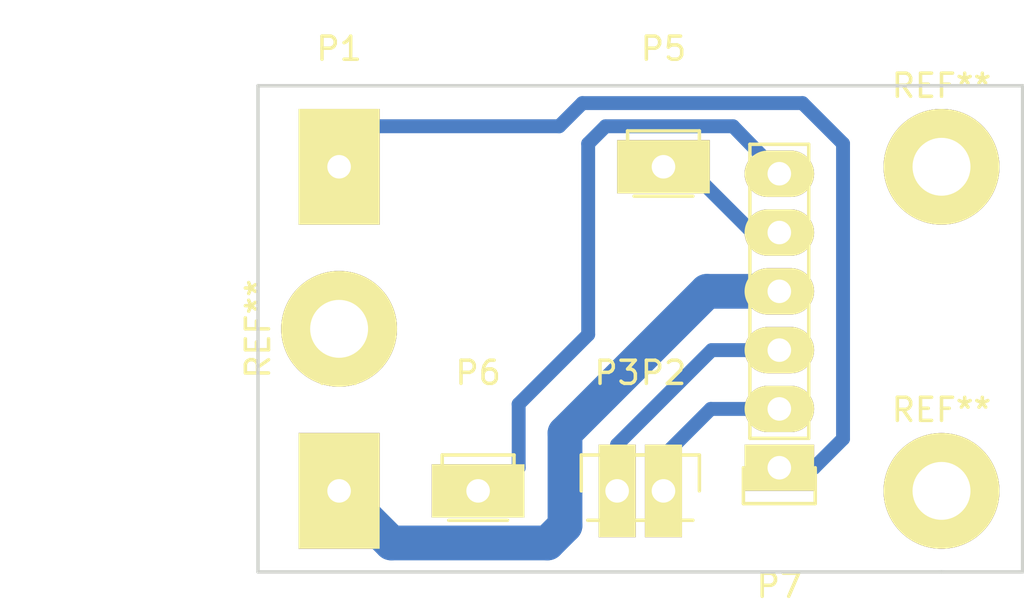
<source format=kicad_pcb>
(kicad_pcb (version 4) (host pcbnew 4.0.2-stable)

  (general
    (links 6)
    (no_connects 0)
    (area 44.500001 14.15 89.075001 40.075)
    (thickness 1.6)
    (drawings 9)
    (tracks 33)
    (zones 0)
    (modules 10)
    (nets 7)
  )

  (page User 148.006 105.004)
  (title_block
    (title "Pogos For ESP12E")
    (date 2016-08-21)
    (rev 1.0)
  )

  (layers
    (0 F.Cu signal)
    (31 B.Cu signal)
    (32 B.Adhes user)
    (33 F.Adhes user)
    (34 B.Paste user)
    (35 F.Paste user)
    (36 B.SilkS user)
    (37 F.SilkS user)
    (38 B.Mask user)
    (39 F.Mask user)
    (40 Dwgs.User user)
    (41 Cmts.User user)
    (42 Eco1.User user)
    (43 Eco2.User user)
    (44 Edge.Cuts user)
    (45 Margin user)
    (46 B.CrtYd user)
    (47 F.CrtYd user)
    (48 B.Fab user)
    (49 F.Fab user)
  )

  (setup
    (last_trace_width 0.6)
    (user_trace_width 0.6)
    (user_trace_width 1.5)
    (trace_clearance 0.2)
    (zone_clearance 0.508)
    (zone_45_only no)
    (trace_min 0.2)
    (segment_width 0.2)
    (edge_width 0.15)
    (via_size 0.6)
    (via_drill 0.4)
    (via_min_size 0.4)
    (via_min_drill 0.3)
    (user_via 1.8 0.6)
    (uvia_size 0.3)
    (uvia_drill 0.1)
    (uvias_allowed no)
    (uvia_min_size 0.2)
    (uvia_min_drill 0.1)
    (pcb_text_width 0.3)
    (pcb_text_size 1.5 1.5)
    (mod_edge_width 0.15)
    (mod_text_size 1 1)
    (mod_text_width 0.15)
    (pad_size 4 2.3)
    (pad_drill 1.016)
    (pad_to_mask_clearance 0.2)
    (aux_axis_origin 0 0)
    (visible_elements FFFFFF7F)
    (pcbplotparams
      (layerselection 0x00000_80000000)
      (usegerberextensions false)
      (excludeedgelayer false)
      (linewidth 0.100000)
      (plotframeref false)
      (viasonmask false)
      (mode 1)
      (useauxorigin false)
      (hpglpennumber 1)
      (hpglpenspeed 20)
      (hpglpendiameter 15)
      (hpglpenoverlay 2)
      (psnegative false)
      (psa4output false)
      (plotreference false)
      (plotvalue false)
      (plotinvisibletext false)
      (padsonsilk false)
      (subtractmaskfromsilk false)
      (outputformat 4)
      (mirror false)
      (drillshape 1)
      (scaleselection 1)
      (outputdirectory ""))
  )

  (net 0 "")
  (net 1 "Net-(P1-Pad1)")
  (net 2 "Net-(P2-Pad1)")
  (net 3 "Net-(P3-Pad1)")
  (net 4 "Net-(P4-Pad1)")
  (net 5 "Net-(P5-Pad1)")
  (net 6 "Net-(P6-Pad1)")

  (net_class Default "This is the default net class."
    (clearance 0.2)
    (trace_width 0.25)
    (via_dia 0.6)
    (via_drill 0.4)
    (uvia_dia 0.3)
    (uvia_drill 0.1)
    (add_net "Net-(P1-Pad1)")
    (add_net "Net-(P2-Pad1)")
    (add_net "Net-(P3-Pad1)")
    (add_net "Net-(P4-Pad1)")
    (add_net "Net-(P5-Pad1)")
    (add_net "Net-(P6-Pad1)")
  )

  (module Pin_Headers:Pin_Header_Straight_1x01 (layer F.Cu) (tedit 57B9BA91) (tstamp 57B9B61D)
    (at 59.5 21)
    (descr "Through hole pin header")
    (tags "pin header")
    (path /57B9F8BC)
    (fp_text reference P1 (at 0 -5.1) (layer F.SilkS)
      (effects (font (size 1 1) (thickness 0.15)))
    )
    (fp_text value Vcc (at 0 -3.1) (layer F.Fab)
      (effects (font (size 1 1) (thickness 0.15)))
    )
    (fp_line (start 1.55 -1.55) (end 1.55 0) (layer F.SilkS) (width 0.15))
    (fp_line (start -1.75 -1.75) (end -1.75 1.75) (layer F.CrtYd) (width 0.05))
    (fp_line (start 1.75 -1.75) (end 1.75 1.75) (layer F.CrtYd) (width 0.05))
    (fp_line (start -1.75 -1.75) (end 1.75 -1.75) (layer F.CrtYd) (width 0.05))
    (fp_line (start -1.75 1.75) (end 1.75 1.75) (layer F.CrtYd) (width 0.05))
    (fp_line (start -1.55 0) (end -1.55 -1.55) (layer F.SilkS) (width 0.15))
    (fp_line (start -1.55 -1.55) (end 1.55 -1.55) (layer F.SilkS) (width 0.15))
    (fp_line (start -1.27 1.27) (end 1.27 1.27) (layer F.SilkS) (width 0.15))
    (pad 1 thru_hole rect (at 0 0) (size 3.5 5) (drill 1.016) (layers *.Cu *.Mask F.SilkS)
      (net 1 "Net-(P1-Pad1)"))
    (model Pin_Headers.3dshapes/Pin_Header_Straight_1x01.wrl
      (at (xyz 0 0 0))
      (scale (xyz 1 1 1))
      (rotate (xyz 0 0 90))
    )
  )

  (module Pin_Headers:Pin_Header_Straight_1x01 (layer F.Cu) (tedit 57B9B6B2) (tstamp 57B9B622)
    (at 73.5 35)
    (descr "Through hole pin header")
    (tags "pin header")
    (path /57B9F903)
    (fp_text reference P2 (at 0 -5.1) (layer F.SilkS)
      (effects (font (size 1 1) (thickness 0.15)))
    )
    (fp_text value Tx (at 0 -3.1) (layer F.Fab)
      (effects (font (size 1 1) (thickness 0.15)))
    )
    (fp_line (start 1.55 -1.55) (end 1.55 0) (layer F.SilkS) (width 0.15))
    (fp_line (start -1.75 -1.75) (end -1.75 1.75) (layer F.CrtYd) (width 0.05))
    (fp_line (start 1.75 -1.75) (end 1.75 1.75) (layer F.CrtYd) (width 0.05))
    (fp_line (start -1.75 -1.75) (end 1.75 -1.75) (layer F.CrtYd) (width 0.05))
    (fp_line (start -1.75 1.75) (end 1.75 1.75) (layer F.CrtYd) (width 0.05))
    (fp_line (start -1.55 0) (end -1.55 -1.55) (layer F.SilkS) (width 0.15))
    (fp_line (start -1.55 -1.55) (end 1.55 -1.55) (layer F.SilkS) (width 0.15))
    (fp_line (start -1.27 1.27) (end 1.27 1.27) (layer F.SilkS) (width 0.15))
    (pad 1 thru_hole rect (at 0 0) (size 1.6 4) (drill 1.016) (layers *.Cu *.Mask F.SilkS)
      (net 2 "Net-(P2-Pad1)"))
    (model Pin_Headers.3dshapes/Pin_Header_Straight_1x01.wrl
      (at (xyz 0 0 0))
      (scale (xyz 1 1 1))
      (rotate (xyz 0 0 90))
    )
  )

  (module Pin_Headers:Pin_Header_Straight_1x01 (layer F.Cu) (tedit 57B9B6AC) (tstamp 57B9B627)
    (at 71.5 35)
    (descr "Through hole pin header")
    (tags "pin header")
    (path /57B9F92E)
    (fp_text reference P3 (at 0 -5.1) (layer F.SilkS)
      (effects (font (size 1 1) (thickness 0.15)))
    )
    (fp_text value Rx (at 0 -3.1) (layer F.Fab)
      (effects (font (size 1 1) (thickness 0.15)))
    )
    (fp_line (start 1.55 -1.55) (end 1.55 0) (layer F.SilkS) (width 0.15))
    (fp_line (start -1.75 -1.75) (end -1.75 1.75) (layer F.CrtYd) (width 0.05))
    (fp_line (start 1.75 -1.75) (end 1.75 1.75) (layer F.CrtYd) (width 0.05))
    (fp_line (start -1.75 -1.75) (end 1.75 -1.75) (layer F.CrtYd) (width 0.05))
    (fp_line (start -1.75 1.75) (end 1.75 1.75) (layer F.CrtYd) (width 0.05))
    (fp_line (start -1.55 0) (end -1.55 -1.55) (layer F.SilkS) (width 0.15))
    (fp_line (start -1.55 -1.55) (end 1.55 -1.55) (layer F.SilkS) (width 0.15))
    (fp_line (start -1.27 1.27) (end 1.27 1.27) (layer F.SilkS) (width 0.15))
    (pad 1 thru_hole rect (at 0 0) (size 1.6 4) (drill 1.016) (layers *.Cu *.Mask F.SilkS)
      (net 3 "Net-(P3-Pad1)"))
    (model Pin_Headers.3dshapes/Pin_Header_Straight_1x01.wrl
      (at (xyz 0 0 0))
      (scale (xyz 1 1 1))
      (rotate (xyz 0 0 90))
    )
  )

  (module Pin_Headers:Pin_Header_Straight_1x01 (layer F.Cu) (tedit 57B9BA9D) (tstamp 57B9B62C)
    (at 59.5 35)
    (descr "Through hole pin header")
    (tags "pin header")
    (path /57B9F951)
    (fp_text reference P4 (at 0 -5.1) (layer F.SilkS)
      (effects (font (size 1 1) (thickness 0.15)))
    )
    (fp_text value Gnd (at 0 -3.1) (layer F.Fab)
      (effects (font (size 1 1) (thickness 0.15)))
    )
    (fp_line (start 1.55 -1.55) (end 1.55 0) (layer F.SilkS) (width 0.15))
    (fp_line (start -1.75 -1.75) (end -1.75 1.75) (layer F.CrtYd) (width 0.05))
    (fp_line (start 1.75 -1.75) (end 1.75 1.75) (layer F.CrtYd) (width 0.05))
    (fp_line (start -1.75 -1.75) (end 1.75 -1.75) (layer F.CrtYd) (width 0.05))
    (fp_line (start -1.75 1.75) (end 1.75 1.75) (layer F.CrtYd) (width 0.05))
    (fp_line (start -1.55 0) (end -1.55 -1.55) (layer F.SilkS) (width 0.15))
    (fp_line (start -1.55 -1.55) (end 1.55 -1.55) (layer F.SilkS) (width 0.15))
    (fp_line (start -1.27 1.27) (end 1.27 1.27) (layer F.SilkS) (width 0.15))
    (pad 1 thru_hole rect (at 0 0) (size 3.5 5) (drill 1.016) (layers *.Cu *.Mask F.SilkS)
      (net 4 "Net-(P4-Pad1)"))
    (model Pin_Headers.3dshapes/Pin_Header_Straight_1x01.wrl
      (at (xyz 0 0 0))
      (scale (xyz 1 1 1))
      (rotate (xyz 0 0 90))
    )
  )

  (module Pin_Headers:Pin_Header_Straight_1x01 (layer F.Cu) (tedit 57B9B76A) (tstamp 57B9B631)
    (at 73.5 21)
    (descr "Through hole pin header")
    (tags "pin header")
    (path /57B9F974)
    (fp_text reference P5 (at 0 -5.1) (layer F.SilkS)
      (effects (font (size 1 1) (thickness 0.15)))
    )
    (fp_text value Rst (at 0 -3.1) (layer F.Fab)
      (effects (font (size 1 1) (thickness 0.15)))
    )
    (fp_line (start 1.55 -1.55) (end 1.55 0) (layer F.SilkS) (width 0.15))
    (fp_line (start -1.75 -1.75) (end -1.75 1.75) (layer F.CrtYd) (width 0.05))
    (fp_line (start 1.75 -1.75) (end 1.75 1.75) (layer F.CrtYd) (width 0.05))
    (fp_line (start -1.75 -1.75) (end 1.75 -1.75) (layer F.CrtYd) (width 0.05))
    (fp_line (start -1.75 1.75) (end 1.75 1.75) (layer F.CrtYd) (width 0.05))
    (fp_line (start -1.55 0) (end -1.55 -1.55) (layer F.SilkS) (width 0.15))
    (fp_line (start -1.55 -1.55) (end 1.55 -1.55) (layer F.SilkS) (width 0.15))
    (fp_line (start -1.27 1.27) (end 1.27 1.27) (layer F.SilkS) (width 0.15))
    (pad 1 thru_hole rect (at 0 0) (size 4 2.3) (drill 1.016) (layers *.Cu *.Mask F.SilkS)
      (net 5 "Net-(P5-Pad1)"))
    (model Pin_Headers.3dshapes/Pin_Header_Straight_1x01.wrl
      (at (xyz 0 0 0))
      (scale (xyz 1 1 1))
      (rotate (xyz 0 0 90))
    )
  )

  (module Pin_Headers:Pin_Header_Straight_1x01 (layer F.Cu) (tedit 57B9BAA8) (tstamp 57B9B636)
    (at 65.5 35)
    (descr "Through hole pin header")
    (tags "pin header")
    (path /57B9F99D)
    (fp_text reference P6 (at 0 -5.1) (layer F.SilkS)
      (effects (font (size 1 1) (thickness 0.15)))
    )
    (fp_text value Fl (at 0 -3.1) (layer F.Fab)
      (effects (font (size 1 1) (thickness 0.15)))
    )
    (fp_line (start 1.55 -1.55) (end 1.55 0) (layer F.SilkS) (width 0.15))
    (fp_line (start -1.75 -1.75) (end -1.75 1.75) (layer F.CrtYd) (width 0.05))
    (fp_line (start 1.75 -1.75) (end 1.75 1.75) (layer F.CrtYd) (width 0.05))
    (fp_line (start -1.75 -1.75) (end 1.75 -1.75) (layer F.CrtYd) (width 0.05))
    (fp_line (start -1.75 1.75) (end 1.75 1.75) (layer F.CrtYd) (width 0.05))
    (fp_line (start -1.55 0) (end -1.55 -1.55) (layer F.SilkS) (width 0.15))
    (fp_line (start -1.55 -1.55) (end 1.55 -1.55) (layer F.SilkS) (width 0.15))
    (fp_line (start -1.27 1.27) (end 1.27 1.27) (layer F.SilkS) (width 0.15))
    (pad 1 thru_hole rect (at 0 0) (size 4 2.3) (drill 1.016) (layers *.Cu *.Mask F.SilkS)
      (net 6 "Net-(P6-Pad1)"))
    (model Pin_Headers.3dshapes/Pin_Header_Straight_1x01.wrl
      (at (xyz 0 0 0))
      (scale (xyz 1 1 1))
      (rotate (xyz 0 0 90))
    )
  )

  (module Pin_Headers:Pin_Header_Straight_1x06 (layer F.Cu) (tedit 57B9B9BB) (tstamp 57B9B640)
    (at 78.5 34 180)
    (descr "Through hole pin header")
    (tags "pin header")
    (path /57B9F9C4)
    (fp_text reference P7 (at 0 -5.1 180) (layer F.SilkS)
      (effects (font (size 1 1) (thickness 0.15)))
    )
    (fp_text value Prog (at 0 -3.1 180) (layer F.Fab)
      (effects (font (size 1 1) (thickness 0.15)))
    )
    (fp_line (start -1.75 -1.75) (end -1.75 14.45) (layer F.CrtYd) (width 0.05))
    (fp_line (start 1.75 -1.75) (end 1.75 14.45) (layer F.CrtYd) (width 0.05))
    (fp_line (start -1.75 -1.75) (end 1.75 -1.75) (layer F.CrtYd) (width 0.05))
    (fp_line (start -1.75 14.45) (end 1.75 14.45) (layer F.CrtYd) (width 0.05))
    (fp_line (start 1.27 1.27) (end 1.27 13.97) (layer F.SilkS) (width 0.15))
    (fp_line (start 1.27 13.97) (end -1.27 13.97) (layer F.SilkS) (width 0.15))
    (fp_line (start -1.27 13.97) (end -1.27 1.27) (layer F.SilkS) (width 0.15))
    (fp_line (start 1.55 -1.55) (end 1.55 0) (layer F.SilkS) (width 0.15))
    (fp_line (start 1.27 1.27) (end -1.27 1.27) (layer F.SilkS) (width 0.15))
    (fp_line (start -1.55 0) (end -1.55 -1.55) (layer F.SilkS) (width 0.15))
    (fp_line (start -1.55 -1.55) (end 1.55 -1.55) (layer F.SilkS) (width 0.15))
    (pad 1 thru_hole rect (at 0 0 180) (size 3 2) (drill 1.016) (layers *.Cu *.Mask F.SilkS)
      (net 1 "Net-(P1-Pad1)"))
    (pad 2 thru_hole oval (at 0 2.54 180) (size 3 2) (drill 1.016) (layers *.Cu *.Mask F.SilkS)
      (net 2 "Net-(P2-Pad1)"))
    (pad 3 thru_hole oval (at 0 5.08 180) (size 3 2) (drill 1.016) (layers *.Cu *.Mask F.SilkS)
      (net 3 "Net-(P3-Pad1)"))
    (pad 4 thru_hole oval (at 0 7.62 180) (size 3 2) (drill 1.016) (layers *.Cu *.Mask F.SilkS)
      (net 4 "Net-(P4-Pad1)"))
    (pad 5 thru_hole oval (at 0 10.16 180) (size 3 2) (drill 1.016) (layers *.Cu *.Mask F.SilkS)
      (net 5 "Net-(P5-Pad1)"))
    (pad 6 thru_hole oval (at 0 12.7 180) (size 3 2) (drill 1.016) (layers *.Cu *.Mask F.SilkS)
      (net 6 "Net-(P6-Pad1)"))
    (model Pin_Headers.3dshapes/Pin_Header_Straight_1x06.wrl
      (at (xyz 0 -0.25 0))
      (scale (xyz 1 1 1))
      (rotate (xyz 0 0 90))
    )
  )

  (module Mounting_Holes:MountingHole_2.5mm_Pad (layer F.Cu) (tedit 57B9B941) (tstamp 57B9B8A3)
    (at 85.5 35)
    (descr "Mounting Hole 2.5mm")
    (tags "mounting hole 2.5mm")
    (fp_text reference REF** (at 0 -3.5) (layer F.SilkS)
      (effects (font (size 1 1) (thickness 0.15)))
    )
    (fp_text value 2.5mm (at 0 3.5) (layer F.Fab)
      (effects (font (size 1 1) (thickness 0.15)))
    )
    (fp_circle (center 0 0) (end 2.5 0) (layer Cmts.User) (width 0.15))
    (fp_circle (center 0 0) (end 2.75 0) (layer F.CrtYd) (width 0.05))
    (pad 1 thru_hole circle (at 0 0) (size 5 5) (drill 2.5) (layers *.Cu *.Mask F.SilkS))
  )

  (module Mounting_Holes:MountingHole_2.5mm_Pad (layer F.Cu) (tedit 57B9B937) (tstamp 57B9B8B6)
    (at 85.5 21)
    (descr "Mounting Hole 2.5mm")
    (tags "mounting hole 2.5mm")
    (fp_text reference REF** (at 0 -3.5) (layer F.SilkS)
      (effects (font (size 1 1) (thickness 0.15)))
    )
    (fp_text value 2.5mm (at 0 3.5) (layer F.Fab)
      (effects (font (size 1 1) (thickness 0.15)))
    )
    (fp_circle (center 0 0) (end 2.5 0) (layer Cmts.User) (width 0.15))
    (fp_circle (center 0 0) (end 2.75 0) (layer F.CrtYd) (width 0.05))
    (pad 1 thru_hole circle (at 0 0) (size 5 5) (drill 2.5) (layers *.Cu *.Mask F.SilkS))
  )

  (module Mounting_Holes:MountingHole_2.5mm_Pad (layer F.Cu) (tedit 57B9B925) (tstamp 57B9B8DE)
    (at 59.5 28 90)
    (descr "Mounting Hole 2.5mm")
    (tags "mounting hole 2.5mm")
    (fp_text reference REF** (at 0 -3.5 90) (layer F.SilkS)
      (effects (font (size 1 1) (thickness 0.15)))
    )
    (fp_text value 2.5mm (at 0 3.5 90) (layer F.Fab)
      (effects (font (size 1 1) (thickness 0.15)))
    )
    (fp_circle (center 0 0) (end 2.5 0) (layer Cmts.User) (width 0.15))
    (fp_circle (center 0 0) (end 2.75 0) (layer F.CrtYd) (width 0.05))
    (pad 1 thru_hole circle (at 0 0 90) (size 5 5) (drill 2.5) (layers *.Cu *.Mask F.SilkS))
  )

  (gr_line (start 89 38.5) (end 85.5 38.5) (angle 90) (layer Edge.Cuts) (width 0.15))
  (gr_line (start 89 17.5) (end 89 38.5) (angle 90) (layer Edge.Cuts) (width 0.15))
  (gr_line (start 56 17.5) (end 89 17.5) (angle 90) (layer Edge.Cuts) (width 0.15))
  (gr_line (start 56 38.5) (end 56 17.5) (angle 90) (layer Edge.Cuts) (width 0.15))
  (gr_line (start 85.5 38.5) (end 56 38.5) (angle 90) (layer Edge.Cuts) (width 0.15))
  (dimension 8 (width 0.3) (layer Cmts.User)
    (gr_text "8,000 mm" (at 69.5 28.65) (layer Cmts.User)
      (effects (font (size 1.5 1.5) (thickness 0.3)))
    )
    (feature1 (pts (xy 65.5 35) (xy 65.5 27.3)))
    (feature2 (pts (xy 73.5 35) (xy 73.5 27.3)))
    (crossbar (pts (xy 73.5 30) (xy 65.5 30)))
    (arrow1a (pts (xy 65.5 30) (xy 66.626504 29.413579)))
    (arrow1b (pts (xy 65.5 30) (xy 66.626504 30.586421)))
    (arrow2a (pts (xy 73.5 30) (xy 72.373496 29.413579)))
    (arrow2b (pts (xy 73.5 30) (xy 72.373496 30.586421)))
  )
  (dimension 2 (width 0.3) (layer Cmts.User)
    (gr_text "2,000 mm" (at 72.5 24.65) (layer Cmts.User)
      (effects (font (size 1.5 1.5) (thickness 0.3)))
    )
    (feature1 (pts (xy 71.5 35) (xy 71.5 23.3)))
    (feature2 (pts (xy 73.5 35) (xy 73.5 23.3)))
    (crossbar (pts (xy 73.5 26) (xy 71.5 26)))
    (arrow1a (pts (xy 71.5 26) (xy 72.626504 25.413579)))
    (arrow1b (pts (xy 71.5 26) (xy 72.626504 26.586421)))
    (arrow2a (pts (xy 73.5 26) (xy 72.373496 25.413579)))
    (arrow2b (pts (xy 73.5 26) (xy 72.373496 26.586421)))
  )
  (dimension 14 (width 0.3) (layer Cmts.User)
    (gr_text "14,000 mm" (at 51.15 28 270) (layer Cmts.User)
      (effects (font (size 1.5 1.5) (thickness 0.3)))
    )
    (feature1 (pts (xy 59.5 35) (xy 49.8 35)))
    (feature2 (pts (xy 59.5 21) (xy 49.8 21)))
    (crossbar (pts (xy 52.5 21) (xy 52.5 35)))
    (arrow1a (pts (xy 52.5 35) (xy 51.913579 33.873496)))
    (arrow1b (pts (xy 52.5 35) (xy 53.086421 33.873496)))
    (arrow2a (pts (xy 52.5 21) (xy 51.913579 22.126504)))
    (arrow2b (pts (xy 52.5 21) (xy 53.086421 22.126504)))
  )
  (dimension 14 (width 0.3) (layer Cmts.User)
    (gr_text "14,000 mm" (at 66.5 15.65) (layer Cmts.User)
      (effects (font (size 1.5 1.5) (thickness 0.3)))
    )
    (feature1 (pts (xy 73.5 21) (xy 73.5 14.3)))
    (feature2 (pts (xy 59.5 21) (xy 59.5 14.3)))
    (crossbar (pts (xy 59.5 17) (xy 73.5 17)))
    (arrow1a (pts (xy 73.5 17) (xy 72.373496 17.586421)))
    (arrow1b (pts (xy 73.5 17) (xy 72.373496 16.413579)))
    (arrow2a (pts (xy 59.5 17) (xy 60.626504 17.586421)))
    (arrow2b (pts (xy 59.5 17) (xy 60.626504 16.413579)))
  )

  (segment (start 59.5 21) (end 59.5 20.5) (width 0.6) (layer B.Cu) (net 1))
  (segment (start 59.5 20.5) (end 60.75 19.25) (width 0.6) (layer B.Cu) (net 1) (tstamp 57B9B78C))
  (segment (start 60.75 19.25) (end 69 19.25) (width 0.6) (layer B.Cu) (net 1) (tstamp 57B9B78D))
  (segment (start 69 19.25) (end 70 18.25) (width 0.6) (layer B.Cu) (net 1) (tstamp 57B9B78F))
  (segment (start 70 18.25) (end 79.5 18.25) (width 0.6) (layer B.Cu) (net 1) (tstamp 57B9B791))
  (segment (start 79.5 18.25) (end 81.25 20) (width 0.6) (layer B.Cu) (net 1) (tstamp 57B9B796))
  (segment (start 81.25 20) (end 81.25 32.75) (width 0.6) (layer B.Cu) (net 1) (tstamp 57B9B798))
  (segment (start 81.25 32.75) (end 80 34) (width 0.6) (layer B.Cu) (net 1) (tstamp 57B9B79C))
  (segment (start 80 34) (end 78.5 34) (width 0.6) (layer B.Cu) (net 1) (tstamp 57B9B79D))
  (segment (start 73.5 35) (end 73.5 33.5) (width 0.6) (layer B.Cu) (net 2))
  (segment (start 73.5 33.5) (end 75.54 31.46) (width 0.6) (layer B.Cu) (net 2) (tstamp 57B9B721))
  (segment (start 75.54 31.46) (end 78.5 31.46) (width 0.6) (layer B.Cu) (net 2) (tstamp 57B9B724))
  (segment (start 73.5 35) (end 73.5 34.5) (width 0.6) (layer B.Cu) (net 2))
  (segment (start 71.5 35) (end 71.5 33) (width 0.6) (layer B.Cu) (net 3))
  (segment (start 71.5 33) (end 75.58 28.92) (width 0.6) (layer B.Cu) (net 3) (tstamp 57B9B70E))
  (segment (start 75.58 28.92) (end 78.5 28.92) (width 0.6) (layer B.Cu) (net 3) (tstamp 57B9B715))
  (segment (start 78.5 26.38) (end 75.37 26.38) (width 1.5) (layer B.Cu) (net 4))
  (segment (start 61.75 37.25) (end 59.5 35) (width 1.5) (layer B.Cu) (net 4) (tstamp 57B9B7DA))
  (segment (start 68.5 37.25) (end 61.75 37.25) (width 1.5) (layer B.Cu) (net 4) (tstamp 57B9B7D8))
  (segment (start 69.25 36.5) (end 68.5 37.25) (width 1.5) (layer B.Cu) (net 4) (tstamp 57B9B7D6))
  (segment (start 69.25 32.5) (end 69.25 36.5) (width 1.5) (layer B.Cu) (net 4) (tstamp 57B9B7D4))
  (segment (start 75.37 26.38) (end 69.25 32.5) (width 1.5) (layer B.Cu) (net 4) (tstamp 57B9B7D1))
  (segment (start 73.5 21) (end 74.5 21) (width 0.6) (layer B.Cu) (net 5))
  (segment (start 74.5 21) (end 77.34 23.84) (width 0.6) (layer B.Cu) (net 5) (tstamp 57B9B845))
  (segment (start 77.34 23.84) (end 78.5 23.84) (width 0.6) (layer B.Cu) (net 5) (tstamp 57B9B847))
  (segment (start 65.5 35) (end 66.25 35) (width 0.6) (layer B.Cu) (net 6))
  (segment (start 66.25 35) (end 67.25 34) (width 0.6) (layer B.Cu) (net 6) (tstamp 57B9B855))
  (segment (start 67.25 34) (end 67.25 31.25) (width 0.6) (layer B.Cu) (net 6) (tstamp 57B9B859))
  (segment (start 67.25 31.25) (end 70.25 28.25) (width 0.6) (layer B.Cu) (net 6) (tstamp 57B9B85C))
  (segment (start 70.25 28.25) (end 70.25 20) (width 0.6) (layer B.Cu) (net 6) (tstamp 57B9B775))
  (segment (start 70.25 20) (end 71 19.25) (width 0.6) (layer B.Cu) (net 6) (tstamp 57B9B77C))
  (segment (start 71 19.25) (end 76.5 19.25) (width 0.6) (layer B.Cu) (net 6) (tstamp 57B9B77D))
  (segment (start 76.5 19.25) (end 78.5 21.3) (width 0.6) (layer B.Cu) (net 6) (tstamp 57B9B782))

)

</source>
